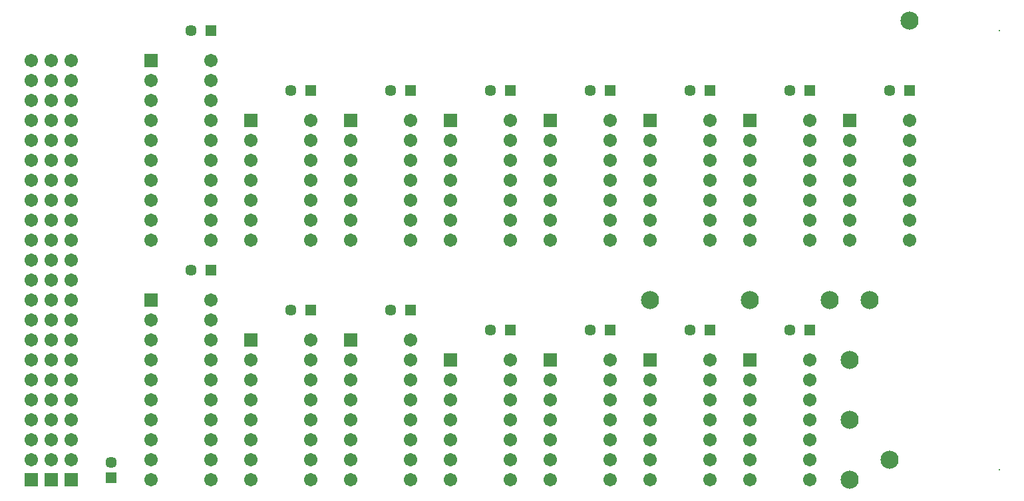
<source format=gts>
G04*
G04 #@! TF.GenerationSoftware,Altium Limited,Altium Designer,21.9.1 (22)*
G04*
G04 Layer_Color=8388736*
%FSLAX25Y25*%
%MOIN*%
G70*
G04*
G04 #@! TF.SameCoordinates,F4552E80-0320-46C3-87D5-3CB50851CFD0*
G04*
G04*
G04 #@! TF.FilePolarity,Negative*
G04*
G01*
G75*
%ADD16C,0.09068*%
%ADD17C,0.05721*%
%ADD18R,0.05721X0.05721*%
%ADD19R,0.06706X0.06706*%
%ADD20C,0.06706*%
%ADD21C,0.06706*%
%ADD22R,0.06706X0.06706*%
%ADD23R,0.05721X0.05721*%
%ADD24C,0.00800*%
D16*
X470000Y210000D02*
D03*
X420000D02*
D03*
X510000D02*
D03*
X530000D02*
D03*
X520000Y180000D02*
D03*
Y120000D02*
D03*
X540000Y130000D02*
D03*
X520000Y150000D02*
D03*
X550000Y350000D02*
D03*
D17*
X490158Y195000D02*
D03*
X150000Y128937D02*
D03*
X240158Y315000D02*
D03*
X290158D02*
D03*
X340158D02*
D03*
X390158D02*
D03*
X440158D02*
D03*
X490158D02*
D03*
X190157Y345000D02*
D03*
X540158Y315000D02*
D03*
X440158Y195000D02*
D03*
X340158D02*
D03*
X390158D02*
D03*
X240158Y205000D02*
D03*
X290158D02*
D03*
X190157Y225000D02*
D03*
D18*
X500000Y195000D02*
D03*
X250000Y315000D02*
D03*
X300000D02*
D03*
X350000D02*
D03*
X400000D02*
D03*
X450000D02*
D03*
X500000D02*
D03*
X200000Y345000D02*
D03*
X550000Y315000D02*
D03*
X450000Y195000D02*
D03*
X350000D02*
D03*
X400000D02*
D03*
X250000Y205000D02*
D03*
X300000D02*
D03*
X200000Y225000D02*
D03*
D19*
X170000Y210000D02*
D03*
X470000Y180000D02*
D03*
X270000Y190000D02*
D03*
X220000Y300000D02*
D03*
X270000D02*
D03*
X320000D02*
D03*
X370000D02*
D03*
X420000D02*
D03*
X170000Y330000D02*
D03*
X470000Y300000D02*
D03*
X520000D02*
D03*
X420000Y180000D02*
D03*
X320000D02*
D03*
X370000D02*
D03*
X220000Y190000D02*
D03*
D20*
X170000Y200000D02*
D03*
Y190000D02*
D03*
Y180000D02*
D03*
Y170000D02*
D03*
Y160000D02*
D03*
Y150000D02*
D03*
Y140000D02*
D03*
Y130000D02*
D03*
Y120000D02*
D03*
X200000Y210000D02*
D03*
Y190000D02*
D03*
Y180000D02*
D03*
Y170000D02*
D03*
Y160000D02*
D03*
Y150000D02*
D03*
Y140000D02*
D03*
Y130000D02*
D03*
Y120000D02*
D03*
X470000Y170000D02*
D03*
Y160000D02*
D03*
Y150000D02*
D03*
Y140000D02*
D03*
Y130000D02*
D03*
Y120000D02*
D03*
X500000Y180000D02*
D03*
Y170000D02*
D03*
Y160000D02*
D03*
Y150000D02*
D03*
Y140000D02*
D03*
Y130000D02*
D03*
Y120000D02*
D03*
X270000Y180000D02*
D03*
Y170000D02*
D03*
Y160000D02*
D03*
Y150000D02*
D03*
Y140000D02*
D03*
Y130000D02*
D03*
Y120000D02*
D03*
X300000Y190000D02*
D03*
Y180000D02*
D03*
Y170000D02*
D03*
Y160000D02*
D03*
Y150000D02*
D03*
Y140000D02*
D03*
Y130000D02*
D03*
Y120000D02*
D03*
X250000Y240000D02*
D03*
Y250000D02*
D03*
Y260000D02*
D03*
Y270000D02*
D03*
Y280000D02*
D03*
Y290000D02*
D03*
Y300000D02*
D03*
X220000Y240000D02*
D03*
Y250000D02*
D03*
Y260000D02*
D03*
Y270000D02*
D03*
Y280000D02*
D03*
Y290000D02*
D03*
X300000Y240000D02*
D03*
Y250000D02*
D03*
Y260000D02*
D03*
Y270000D02*
D03*
Y280000D02*
D03*
Y290000D02*
D03*
Y300000D02*
D03*
X270000Y240000D02*
D03*
Y250000D02*
D03*
Y260000D02*
D03*
Y270000D02*
D03*
Y280000D02*
D03*
Y290000D02*
D03*
X350000Y240000D02*
D03*
Y250000D02*
D03*
Y260000D02*
D03*
Y270000D02*
D03*
Y280000D02*
D03*
Y290000D02*
D03*
Y300000D02*
D03*
X320000Y240000D02*
D03*
Y250000D02*
D03*
Y260000D02*
D03*
Y270000D02*
D03*
Y280000D02*
D03*
Y290000D02*
D03*
X400000Y240000D02*
D03*
Y250000D02*
D03*
Y260000D02*
D03*
Y270000D02*
D03*
Y280000D02*
D03*
Y290000D02*
D03*
Y300000D02*
D03*
X370000Y240000D02*
D03*
Y250000D02*
D03*
Y260000D02*
D03*
Y270000D02*
D03*
Y280000D02*
D03*
Y290000D02*
D03*
X450000Y240000D02*
D03*
Y250000D02*
D03*
Y260000D02*
D03*
Y270000D02*
D03*
Y280000D02*
D03*
Y290000D02*
D03*
Y300000D02*
D03*
X420000Y240000D02*
D03*
Y250000D02*
D03*
Y260000D02*
D03*
Y270000D02*
D03*
Y280000D02*
D03*
Y290000D02*
D03*
X170000Y320000D02*
D03*
Y310000D02*
D03*
Y300000D02*
D03*
Y290000D02*
D03*
Y280000D02*
D03*
Y270000D02*
D03*
Y260000D02*
D03*
Y250000D02*
D03*
Y240000D02*
D03*
X200000Y330000D02*
D03*
Y310000D02*
D03*
Y300000D02*
D03*
Y290000D02*
D03*
Y280000D02*
D03*
Y270000D02*
D03*
Y260000D02*
D03*
Y250000D02*
D03*
Y240000D02*
D03*
X470000Y290000D02*
D03*
Y280000D02*
D03*
Y270000D02*
D03*
Y260000D02*
D03*
Y250000D02*
D03*
Y240000D02*
D03*
X500000Y300000D02*
D03*
Y290000D02*
D03*
Y280000D02*
D03*
Y270000D02*
D03*
Y260000D02*
D03*
Y250000D02*
D03*
Y240000D02*
D03*
X550000D02*
D03*
Y250000D02*
D03*
Y260000D02*
D03*
Y270000D02*
D03*
Y280000D02*
D03*
Y290000D02*
D03*
Y300000D02*
D03*
X520000Y240000D02*
D03*
Y250000D02*
D03*
Y260000D02*
D03*
Y270000D02*
D03*
Y280000D02*
D03*
Y290000D02*
D03*
X450000Y120000D02*
D03*
Y130000D02*
D03*
Y140000D02*
D03*
Y150000D02*
D03*
Y160000D02*
D03*
Y170000D02*
D03*
Y180000D02*
D03*
X420000Y120000D02*
D03*
Y130000D02*
D03*
Y140000D02*
D03*
Y150000D02*
D03*
Y160000D02*
D03*
Y170000D02*
D03*
X350000Y120000D02*
D03*
Y130000D02*
D03*
Y140000D02*
D03*
Y150000D02*
D03*
Y160000D02*
D03*
Y170000D02*
D03*
Y180000D02*
D03*
X320000Y120000D02*
D03*
Y130000D02*
D03*
Y140000D02*
D03*
Y150000D02*
D03*
Y160000D02*
D03*
Y170000D02*
D03*
X400000Y120000D02*
D03*
Y130000D02*
D03*
Y140000D02*
D03*
Y150000D02*
D03*
Y160000D02*
D03*
Y170000D02*
D03*
Y180000D02*
D03*
X370000Y120000D02*
D03*
Y130000D02*
D03*
Y140000D02*
D03*
Y150000D02*
D03*
Y160000D02*
D03*
Y170000D02*
D03*
X220000Y180000D02*
D03*
Y170000D02*
D03*
Y160000D02*
D03*
Y150000D02*
D03*
Y140000D02*
D03*
Y130000D02*
D03*
Y120000D02*
D03*
X250000Y190000D02*
D03*
Y180000D02*
D03*
Y170000D02*
D03*
Y160000D02*
D03*
Y150000D02*
D03*
Y140000D02*
D03*
Y130000D02*
D03*
Y120000D02*
D03*
D21*
X200000Y200000D02*
D03*
X130000Y330000D02*
D03*
Y320000D02*
D03*
Y310000D02*
D03*
Y300000D02*
D03*
Y290000D02*
D03*
Y280000D02*
D03*
Y270000D02*
D03*
Y260000D02*
D03*
Y250000D02*
D03*
Y240000D02*
D03*
Y230000D02*
D03*
Y220000D02*
D03*
Y210000D02*
D03*
Y200000D02*
D03*
Y190000D02*
D03*
Y180000D02*
D03*
Y170000D02*
D03*
Y160000D02*
D03*
Y150000D02*
D03*
Y140000D02*
D03*
Y130000D02*
D03*
X110000D02*
D03*
Y140000D02*
D03*
Y150000D02*
D03*
Y160000D02*
D03*
Y170000D02*
D03*
Y180000D02*
D03*
Y190000D02*
D03*
Y200000D02*
D03*
Y210000D02*
D03*
Y220000D02*
D03*
Y230000D02*
D03*
Y240000D02*
D03*
Y250000D02*
D03*
Y260000D02*
D03*
Y270000D02*
D03*
Y280000D02*
D03*
Y290000D02*
D03*
Y300000D02*
D03*
Y310000D02*
D03*
Y320000D02*
D03*
Y330000D02*
D03*
X120000D02*
D03*
Y320000D02*
D03*
Y310000D02*
D03*
Y300000D02*
D03*
Y290000D02*
D03*
Y280000D02*
D03*
Y270000D02*
D03*
Y260000D02*
D03*
Y250000D02*
D03*
Y240000D02*
D03*
Y230000D02*
D03*
Y220000D02*
D03*
Y210000D02*
D03*
Y200000D02*
D03*
Y190000D02*
D03*
Y180000D02*
D03*
Y170000D02*
D03*
Y160000D02*
D03*
Y150000D02*
D03*
Y140000D02*
D03*
Y130000D02*
D03*
X200000Y320000D02*
D03*
D22*
X130000Y120000D02*
D03*
X110000D02*
D03*
X120000D02*
D03*
D23*
X150000Y121063D02*
D03*
D24*
X595000Y125000D02*
D03*
Y345000D02*
D03*
M02*

</source>
